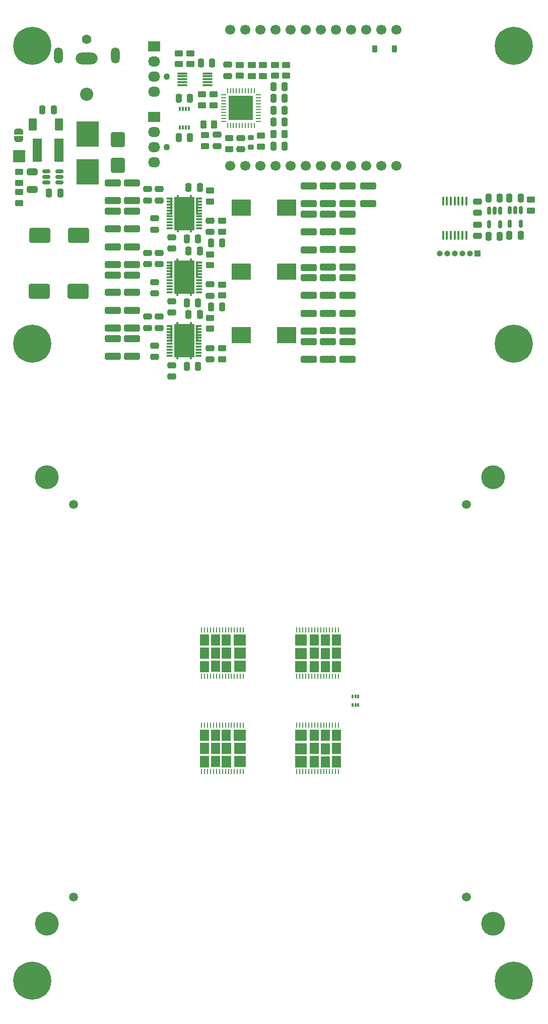
<source format=gts>
G04 #@! TF.GenerationSoftware,KiCad,Pcbnew,8.0.1-8.0.1-1~ubuntu22.04.1*
G04 #@! TF.CreationDate,2024-10-18T14:30:19+02:00*
G04 #@! TF.ProjectId,nerdqaxe++,6e657264-7161-4786-952b-2b2e6b696361,rev?*
G04 #@! TF.SameCoordinates,Original*
G04 #@! TF.FileFunction,Soldermask,Top*
G04 #@! TF.FilePolarity,Negative*
%FSLAX46Y46*%
G04 Gerber Fmt 4.6, Leading zero omitted, Abs format (unit mm)*
G04 Created by KiCad (PCBNEW 8.0.1-8.0.1-1~ubuntu22.04.1) date 2024-10-18 14:30:19*
%MOMM*%
%LPD*%
G01*
G04 APERTURE LIST*
G04 Aperture macros list*
%AMRoundRect*
0 Rectangle with rounded corners*
0 $1 Rounding radius*
0 $2 $3 $4 $5 $6 $7 $8 $9 X,Y pos of 4 corners*
0 Add a 4 corners polygon primitive as box body*
4,1,4,$2,$3,$4,$5,$6,$7,$8,$9,$2,$3,0*
0 Add four circle primitives for the rounded corners*
1,1,$1+$1,$2,$3*
1,1,$1+$1,$4,$5*
1,1,$1+$1,$6,$7*
1,1,$1+$1,$8,$9*
0 Add four rect primitives between the rounded corners*
20,1,$1+$1,$2,$3,$4,$5,0*
20,1,$1+$1,$4,$5,$6,$7,0*
20,1,$1+$1,$6,$7,$8,$9,0*
20,1,$1+$1,$8,$9,$2,$3,0*%
%AMFreePoly0*
4,1,19,0.500000,-0.750000,0.000000,-0.750000,0.000000,-0.744911,-0.071157,-0.744911,-0.207708,-0.704816,-0.327430,-0.627875,-0.420627,-0.520320,-0.479746,-0.390866,-0.500000,-0.250000,-0.500000,0.250000,-0.479746,0.390866,-0.420627,0.520320,-0.327430,0.627875,-0.207708,0.704816,-0.071157,0.744911,0.000000,0.744911,0.000000,0.750000,0.500000,0.750000,0.500000,-0.750000,0.500000,-0.750000,
$1*%
%AMFreePoly1*
4,1,19,0.000000,0.744911,0.071157,0.744911,0.207708,0.704816,0.327430,0.627875,0.420627,0.520320,0.479746,0.390866,0.500000,0.250000,0.500000,-0.250000,0.479746,-0.390866,0.420627,-0.520320,0.327430,-0.627875,0.207708,-0.704816,0.071157,-0.744911,0.000000,-0.744911,0.000000,-0.750000,-0.500000,-0.750000,-0.500000,0.750000,0.000000,0.750000,0.000000,0.744911,0.000000,0.744911,
$1*%
G04 Aperture macros list end*
%ADD10C,0.120000*%
%ADD11RoundRect,0.250000X1.100000X-0.325000X1.100000X0.325000X-1.100000X0.325000X-1.100000X-0.325000X0*%
%ADD12C,1.500000*%
%ADD13RoundRect,0.250000X-0.450000X0.262500X-0.450000X-0.262500X0.450000X-0.262500X0.450000X0.262500X0*%
%ADD14RoundRect,0.250000X-0.250000X-0.475000X0.250000X-0.475000X0.250000X0.475000X-0.250000X0.475000X0*%
%ADD15RoundRect,0.250000X0.250000X0.475000X-0.250000X0.475000X-0.250000X-0.475000X0.250000X-0.475000X0*%
%ADD16RoundRect,0.250000X-0.650000X0.325000X-0.650000X-0.325000X0.650000X-0.325000X0.650000X0.325000X0*%
%ADD17RoundRect,0.055250X-0.055250X0.340750X-0.055250X-0.340750X0.055250X-0.340750X0.055250X0.340750X0*%
%ADD18RoundRect,0.250000X-1.100000X0.325000X-1.100000X-0.325000X1.100000X-0.325000X1.100000X0.325000X0*%
%ADD19R,3.300000X2.800000*%
%ADD20C,0.800000*%
%ADD21C,6.400000*%
%ADD22RoundRect,0.050000X-0.100000X0.285000X-0.100000X-0.285000X0.100000X-0.285000X0.100000X0.285000X0*%
%ADD23RoundRect,0.250000X0.450000X-0.262500X0.450000X0.262500X-0.450000X0.262500X-0.450000X-0.262500X0*%
%ADD24RoundRect,0.250000X1.500000X1.000000X-1.500000X1.000000X-1.500000X-1.000000X1.500000X-1.000000X0*%
%ADD25RoundRect,0.062500X0.062500X-0.375000X0.062500X0.375000X-0.062500X0.375000X-0.062500X-0.375000X0*%
%ADD26RoundRect,0.062500X0.375000X-0.062500X0.375000X0.062500X-0.375000X0.062500X-0.375000X-0.062500X0*%
%ADD27R,4.150000X4.150000*%
%ADD28RoundRect,0.250000X0.475000X-0.250000X0.475000X0.250000X-0.475000X0.250000X-0.475000X-0.250000X0*%
%ADD29C,4.000000*%
%ADD30C,1.700000*%
%ADD31RoundRect,0.250000X0.900000X-1.000000X0.900000X1.000000X-0.900000X1.000000X-0.900000X-1.000000X0*%
%ADD32RoundRect,0.250000X-0.475000X0.250000X-0.475000X-0.250000X0.475000X-0.250000X0.475000X0.250000X0*%
%ADD33RoundRect,0.100000X-0.100000X0.637500X-0.100000X-0.637500X0.100000X-0.637500X0.100000X0.637500X0*%
%ADD34RoundRect,0.127000X0.373000X0.023000X-0.373000X0.023000X-0.373000X-0.023000X0.373000X-0.023000X0*%
%ADD35R,0.500000X0.300000*%
%ADD36RoundRect,0.127000X0.078000X1.273000X-0.078000X1.273000X-0.078000X-1.273000X0.078000X-1.273000X0*%
%ADD37RoundRect,0.127000X-0.373000X-0.023000X0.373000X-0.023000X0.373000X0.023000X-0.373000X0.023000X0*%
%ADD38R,0.410000X6.300000*%
%ADD39R,3.400000X5.639000*%
%ADD40RoundRect,0.150000X-0.150000X0.512500X-0.150000X-0.512500X0.150000X-0.512500X0.150000X0.512500X0*%
%ADD41R,1.000000X1.000000*%
%ADD42O,1.000000X1.000000*%
%ADD43C,1.100000*%
%ADD44R,2.030000X1.730000*%
%ADD45O,2.030000X1.730000*%
%ADD46RoundRect,0.250000X-0.262500X-0.450000X0.262500X-0.450000X0.262500X0.450000X-0.262500X0.450000X0*%
%ADD47C,1.600000*%
%ADD48C,2.204000*%
%ADD49O,3.704000X1.954000*%
%ADD50O,1.454000X2.704000*%
%ADD51RoundRect,0.250000X0.262500X0.450000X-0.262500X0.450000X-0.262500X-0.450000X0.262500X-0.450000X0*%
%ADD52RoundRect,0.250000X0.450000X0.800000X-0.450000X0.800000X-0.450000X-0.800000X0.450000X-0.800000X0*%
%ADD53RoundRect,0.150000X-0.512500X-0.150000X0.512500X-0.150000X0.512500X0.150000X-0.512500X0.150000X0*%
%ADD54RoundRect,0.055250X0.055250X-0.340750X0.055250X0.340750X-0.055250X0.340750X-0.055250X-0.340750X0*%
%ADD55R,1.500000X4.000000*%
%ADD56RoundRect,0.225000X-0.250000X0.225000X-0.250000X-0.225000X0.250000X-0.225000X0.250000X0.225000X0*%
%ADD57FreePoly0,90.000000*%
%ADD58FreePoly1,90.000000*%
%ADD59R,0.300000X0.800000*%
%ADD60R,2.000000X2.000000*%
%ADD61RoundRect,0.087500X0.725000X0.087500X-0.725000X0.087500X-0.725000X-0.087500X0.725000X-0.087500X0*%
%ADD62RoundRect,0.225000X0.225000X0.375000X-0.225000X0.375000X-0.225000X-0.375000X0.225000X-0.375000X0*%
%ADD63R,3.810000X4.245000*%
G04 APERTURE END LIST*
D10*
X83180000Y-128680000D02*
X84620000Y-128680000D01*
X84620000Y-126900000D01*
X83180000Y-126900000D01*
X83180000Y-128680000D01*
G36*
X83180000Y-128680000D02*
G01*
X84620000Y-128680000D01*
X84620000Y-126900000D01*
X83180000Y-126900000D01*
X83180000Y-128680000D01*
G37*
X83190000Y-130890000D02*
X84630000Y-130890000D01*
X84630000Y-129110000D01*
X83190000Y-129110000D01*
X83190000Y-130890000D01*
G36*
X83190000Y-130890000D02*
G01*
X84630000Y-130890000D01*
X84630000Y-129110000D01*
X83190000Y-129110000D01*
X83190000Y-130890000D01*
G37*
X83190000Y-133100000D02*
X84630000Y-133100000D01*
X84630000Y-131320000D01*
X83190000Y-131320000D01*
X83190000Y-133100000D01*
G36*
X83190000Y-133100000D02*
G01*
X84630000Y-133100000D01*
X84630000Y-131320000D01*
X83190000Y-131320000D01*
X83190000Y-133100000D01*
G37*
X85050000Y-128670000D02*
X86490000Y-128670000D01*
X86490000Y-126890000D01*
X85050000Y-126890000D01*
X85050000Y-128670000D01*
G36*
X85050000Y-128670000D02*
G01*
X86490000Y-128670000D01*
X86490000Y-126890000D01*
X85050000Y-126890000D01*
X85050000Y-128670000D01*
G37*
X85060000Y-130880000D02*
X86500000Y-130880000D01*
X86500000Y-129100000D01*
X85060000Y-129100000D01*
X85060000Y-130880000D01*
G36*
X85060000Y-130880000D02*
G01*
X86500000Y-130880000D01*
X86500000Y-129100000D01*
X85060000Y-129100000D01*
X85060000Y-130880000D01*
G37*
X85060000Y-133090000D02*
X86500000Y-133090000D01*
X86500000Y-131310000D01*
X85060000Y-131310000D01*
X85060000Y-133090000D01*
G36*
X85060000Y-133090000D02*
G01*
X86500000Y-133090000D01*
X86500000Y-131310000D01*
X85060000Y-131310000D01*
X85060000Y-133090000D01*
G37*
X86890000Y-128680000D02*
X88330000Y-128680000D01*
X88330000Y-126900000D01*
X86890000Y-126900000D01*
X86890000Y-128680000D01*
G36*
X86890000Y-128680000D02*
G01*
X88330000Y-128680000D01*
X88330000Y-126900000D01*
X86890000Y-126900000D01*
X86890000Y-128680000D01*
G37*
X86900000Y-130890000D02*
X88340000Y-130890000D01*
X88340000Y-129110000D01*
X86900000Y-129110000D01*
X86900000Y-130890000D01*
G36*
X86900000Y-130890000D02*
G01*
X88340000Y-130890000D01*
X88340000Y-129110000D01*
X86900000Y-129110000D01*
X86900000Y-130890000D01*
G37*
X86900000Y-133100000D02*
X88340000Y-133100000D01*
X88340000Y-131320000D01*
X86900000Y-131320000D01*
X86900000Y-133100000D01*
G36*
X86900000Y-133100000D02*
G01*
X88340000Y-133100000D01*
X88340000Y-131320000D01*
X86900000Y-131320000D01*
X86900000Y-133100000D01*
G37*
X88920000Y-128680000D02*
X90800000Y-128680000D01*
X90800000Y-126900000D01*
X88920000Y-126900000D01*
X88920000Y-128680000D01*
G36*
X88920000Y-128680000D02*
G01*
X90800000Y-128680000D01*
X90800000Y-126900000D01*
X88920000Y-126900000D01*
X88920000Y-128680000D01*
G37*
X88940000Y-130880000D02*
X90810000Y-130880000D01*
X90810000Y-129100000D01*
X88940000Y-129100000D01*
X88940000Y-130880000D01*
G36*
X88940000Y-130880000D02*
G01*
X90810000Y-130880000D01*
X90810000Y-129100000D01*
X88940000Y-129100000D01*
X88940000Y-130880000D01*
G37*
X88950000Y-133090000D02*
X90820000Y-133090000D01*
X90820000Y-131310000D01*
X88950000Y-131310000D01*
X88950000Y-133090000D01*
G36*
X88950000Y-133090000D02*
G01*
X90820000Y-133090000D01*
X90820000Y-131310000D01*
X88950000Y-131310000D01*
X88950000Y-133090000D01*
G37*
X83180000Y-144680000D02*
X84620000Y-144680000D01*
X84620000Y-142900000D01*
X83180000Y-142900000D01*
X83180000Y-144680000D01*
G36*
X83180000Y-144680000D02*
G01*
X84620000Y-144680000D01*
X84620000Y-142900000D01*
X83180000Y-142900000D01*
X83180000Y-144680000D01*
G37*
X83190000Y-146890000D02*
X84630000Y-146890000D01*
X84630000Y-145110000D01*
X83190000Y-145110000D01*
X83190000Y-146890000D01*
G36*
X83190000Y-146890000D02*
G01*
X84630000Y-146890000D01*
X84630000Y-145110000D01*
X83190000Y-145110000D01*
X83190000Y-146890000D01*
G37*
X83190000Y-149100000D02*
X84630000Y-149100000D01*
X84630000Y-147320000D01*
X83190000Y-147320000D01*
X83190000Y-149100000D01*
G36*
X83190000Y-149100000D02*
G01*
X84630000Y-149100000D01*
X84630000Y-147320000D01*
X83190000Y-147320000D01*
X83190000Y-149100000D01*
G37*
X85050000Y-144670000D02*
X86490000Y-144670000D01*
X86490000Y-142890000D01*
X85050000Y-142890000D01*
X85050000Y-144670000D01*
G36*
X85050000Y-144670000D02*
G01*
X86490000Y-144670000D01*
X86490000Y-142890000D01*
X85050000Y-142890000D01*
X85050000Y-144670000D01*
G37*
X85060000Y-146880000D02*
X86500000Y-146880000D01*
X86500000Y-145100000D01*
X85060000Y-145100000D01*
X85060000Y-146880000D01*
G36*
X85060000Y-146880000D02*
G01*
X86500000Y-146880000D01*
X86500000Y-145100000D01*
X85060000Y-145100000D01*
X85060000Y-146880000D01*
G37*
X85060000Y-149090000D02*
X86500000Y-149090000D01*
X86500000Y-147310000D01*
X85060000Y-147310000D01*
X85060000Y-149090000D01*
G36*
X85060000Y-149090000D02*
G01*
X86500000Y-149090000D01*
X86500000Y-147310000D01*
X85060000Y-147310000D01*
X85060000Y-149090000D01*
G37*
X86890000Y-144680000D02*
X88330000Y-144680000D01*
X88330000Y-142900000D01*
X86890000Y-142900000D01*
X86890000Y-144680000D01*
G36*
X86890000Y-144680000D02*
G01*
X88330000Y-144680000D01*
X88330000Y-142900000D01*
X86890000Y-142900000D01*
X86890000Y-144680000D01*
G37*
X86900000Y-146890000D02*
X88340000Y-146890000D01*
X88340000Y-145110000D01*
X86900000Y-145110000D01*
X86900000Y-146890000D01*
G36*
X86900000Y-146890000D02*
G01*
X88340000Y-146890000D01*
X88340000Y-145110000D01*
X86900000Y-145110000D01*
X86900000Y-146890000D01*
G37*
X86900000Y-149100000D02*
X88340000Y-149100000D01*
X88340000Y-147320000D01*
X86900000Y-147320000D01*
X86900000Y-149100000D01*
G36*
X86900000Y-149100000D02*
G01*
X88340000Y-149100000D01*
X88340000Y-147320000D01*
X86900000Y-147320000D01*
X86900000Y-149100000D01*
G37*
X88920000Y-144680000D02*
X90800000Y-144680000D01*
X90800000Y-142900000D01*
X88920000Y-142900000D01*
X88920000Y-144680000D01*
G36*
X88920000Y-144680000D02*
G01*
X90800000Y-144680000D01*
X90800000Y-142900000D01*
X88920000Y-142900000D01*
X88920000Y-144680000D01*
G37*
X88940000Y-146880000D02*
X90810000Y-146880000D01*
X90810000Y-145100000D01*
X88940000Y-145100000D01*
X88940000Y-146880000D01*
G36*
X88940000Y-146880000D02*
G01*
X90810000Y-146880000D01*
X90810000Y-145100000D01*
X88940000Y-145100000D01*
X88940000Y-146880000D01*
G37*
X88950000Y-149090000D02*
X90820000Y-149090000D01*
X90820000Y-147310000D01*
X88950000Y-147310000D01*
X88950000Y-149090000D01*
G36*
X88950000Y-149090000D02*
G01*
X90820000Y-149090000D01*
X90820000Y-147310000D01*
X88950000Y-147310000D01*
X88950000Y-149090000D01*
G37*
X101050000Y-126910000D02*
X99180000Y-126910000D01*
X99180000Y-128690000D01*
X101050000Y-128690000D01*
X101050000Y-126910000D01*
G36*
X101050000Y-126910000D02*
G01*
X99180000Y-126910000D01*
X99180000Y-128690000D01*
X101050000Y-128690000D01*
X101050000Y-126910000D01*
G37*
X101060000Y-129120000D02*
X99190000Y-129120000D01*
X99190000Y-130900000D01*
X101060000Y-130900000D01*
X101060000Y-129120000D01*
G36*
X101060000Y-129120000D02*
G01*
X99190000Y-129120000D01*
X99190000Y-130900000D01*
X101060000Y-130900000D01*
X101060000Y-129120000D01*
G37*
X101080000Y-131320000D02*
X99200000Y-131320000D01*
X99200000Y-133100000D01*
X101080000Y-133100000D01*
X101080000Y-131320000D01*
G36*
X101080000Y-131320000D02*
G01*
X99200000Y-131320000D01*
X99200000Y-133100000D01*
X101080000Y-133100000D01*
X101080000Y-131320000D01*
G37*
X103100000Y-126900000D02*
X101660000Y-126900000D01*
X101660000Y-128680000D01*
X103100000Y-128680000D01*
X103100000Y-126900000D01*
G36*
X103100000Y-126900000D02*
G01*
X101660000Y-126900000D01*
X101660000Y-128680000D01*
X103100000Y-128680000D01*
X103100000Y-126900000D01*
G37*
X103100000Y-129110000D02*
X101660000Y-129110000D01*
X101660000Y-130890000D01*
X103100000Y-130890000D01*
X103100000Y-129110000D01*
G36*
X103100000Y-129110000D02*
G01*
X101660000Y-129110000D01*
X101660000Y-130890000D01*
X103100000Y-130890000D01*
X103100000Y-129110000D01*
G37*
X103110000Y-131320000D02*
X101670000Y-131320000D01*
X101670000Y-133100000D01*
X103110000Y-133100000D01*
X103110000Y-131320000D01*
G36*
X103110000Y-131320000D02*
G01*
X101670000Y-131320000D01*
X101670000Y-133100000D01*
X103110000Y-133100000D01*
X103110000Y-131320000D01*
G37*
X104940000Y-126910000D02*
X103500000Y-126910000D01*
X103500000Y-128690000D01*
X104940000Y-128690000D01*
X104940000Y-126910000D01*
G36*
X104940000Y-126910000D02*
G01*
X103500000Y-126910000D01*
X103500000Y-128690000D01*
X104940000Y-128690000D01*
X104940000Y-126910000D01*
G37*
X104940000Y-129120000D02*
X103500000Y-129120000D01*
X103500000Y-130900000D01*
X104940000Y-130900000D01*
X104940000Y-129120000D01*
G36*
X104940000Y-129120000D02*
G01*
X103500000Y-129120000D01*
X103500000Y-130900000D01*
X104940000Y-130900000D01*
X104940000Y-129120000D01*
G37*
X104950000Y-131330000D02*
X103510000Y-131330000D01*
X103510000Y-133110000D01*
X104950000Y-133110000D01*
X104950000Y-131330000D01*
G36*
X104950000Y-131330000D02*
G01*
X103510000Y-131330000D01*
X103510000Y-133110000D01*
X104950000Y-133110000D01*
X104950000Y-131330000D01*
G37*
X106810000Y-126900000D02*
X105370000Y-126900000D01*
X105370000Y-128680000D01*
X106810000Y-128680000D01*
X106810000Y-126900000D01*
G36*
X106810000Y-126900000D02*
G01*
X105370000Y-126900000D01*
X105370000Y-128680000D01*
X106810000Y-128680000D01*
X106810000Y-126900000D01*
G37*
X106810000Y-129110000D02*
X105370000Y-129110000D01*
X105370000Y-130890000D01*
X106810000Y-130890000D01*
X106810000Y-129110000D01*
G36*
X106810000Y-129110000D02*
G01*
X105370000Y-129110000D01*
X105370000Y-130890000D01*
X106810000Y-130890000D01*
X106810000Y-129110000D01*
G37*
X106820000Y-131320000D02*
X105380000Y-131320000D01*
X105380000Y-133100000D01*
X106820000Y-133100000D01*
X106820000Y-131320000D01*
G36*
X106820000Y-131320000D02*
G01*
X105380000Y-131320000D01*
X105380000Y-133100000D01*
X106820000Y-133100000D01*
X106820000Y-131320000D01*
G37*
X101050000Y-142910000D02*
X99180000Y-142910000D01*
X99180000Y-144690000D01*
X101050000Y-144690000D01*
X101050000Y-142910000D01*
G36*
X101050000Y-142910000D02*
G01*
X99180000Y-142910000D01*
X99180000Y-144690000D01*
X101050000Y-144690000D01*
X101050000Y-142910000D01*
G37*
X101060000Y-145120000D02*
X99190000Y-145120000D01*
X99190000Y-146900000D01*
X101060000Y-146900000D01*
X101060000Y-145120000D01*
G36*
X101060000Y-145120000D02*
G01*
X99190000Y-145120000D01*
X99190000Y-146900000D01*
X101060000Y-146900000D01*
X101060000Y-145120000D01*
G37*
X101080000Y-147320000D02*
X99200000Y-147320000D01*
X99200000Y-149100000D01*
X101080000Y-149100000D01*
X101080000Y-147320000D01*
G36*
X101080000Y-147320000D02*
G01*
X99200000Y-147320000D01*
X99200000Y-149100000D01*
X101080000Y-149100000D01*
X101080000Y-147320000D01*
G37*
X103100000Y-142900000D02*
X101660000Y-142900000D01*
X101660000Y-144680000D01*
X103100000Y-144680000D01*
X103100000Y-142900000D01*
G36*
X103100000Y-142900000D02*
G01*
X101660000Y-142900000D01*
X101660000Y-144680000D01*
X103100000Y-144680000D01*
X103100000Y-142900000D01*
G37*
X103100000Y-145110000D02*
X101660000Y-145110000D01*
X101660000Y-146890000D01*
X103100000Y-146890000D01*
X103100000Y-145110000D01*
G36*
X103100000Y-145110000D02*
G01*
X101660000Y-145110000D01*
X101660000Y-146890000D01*
X103100000Y-146890000D01*
X103100000Y-145110000D01*
G37*
X103110000Y-147320000D02*
X101670000Y-147320000D01*
X101670000Y-149100000D01*
X103110000Y-149100000D01*
X103110000Y-147320000D01*
G36*
X103110000Y-147320000D02*
G01*
X101670000Y-147320000D01*
X101670000Y-149100000D01*
X103110000Y-149100000D01*
X103110000Y-147320000D01*
G37*
X104940000Y-142910000D02*
X103500000Y-142910000D01*
X103500000Y-144690000D01*
X104940000Y-144690000D01*
X104940000Y-142910000D01*
G36*
X104940000Y-142910000D02*
G01*
X103500000Y-142910000D01*
X103500000Y-144690000D01*
X104940000Y-144690000D01*
X104940000Y-142910000D01*
G37*
X104940000Y-145120000D02*
X103500000Y-145120000D01*
X103500000Y-146900000D01*
X104940000Y-146900000D01*
X104940000Y-145120000D01*
G36*
X104940000Y-145120000D02*
G01*
X103500000Y-145120000D01*
X103500000Y-146900000D01*
X104940000Y-146900000D01*
X104940000Y-145120000D01*
G37*
X104950000Y-147330000D02*
X103510000Y-147330000D01*
X103510000Y-149110000D01*
X104950000Y-149110000D01*
X104950000Y-147330000D01*
G36*
X104950000Y-147330000D02*
G01*
X103510000Y-147330000D01*
X103510000Y-149110000D01*
X104950000Y-149110000D01*
X104950000Y-147330000D01*
G37*
X106810000Y-142900000D02*
X105370000Y-142900000D01*
X105370000Y-144680000D01*
X106810000Y-144680000D01*
X106810000Y-142900000D01*
G36*
X106810000Y-142900000D02*
G01*
X105370000Y-142900000D01*
X105370000Y-144680000D01*
X106810000Y-144680000D01*
X106810000Y-142900000D01*
G37*
X106810000Y-145110000D02*
X105370000Y-145110000D01*
X105370000Y-146890000D01*
X106810000Y-146890000D01*
X106810000Y-145110000D01*
G36*
X106810000Y-145110000D02*
G01*
X105370000Y-145110000D01*
X105370000Y-146890000D01*
X106810000Y-146890000D01*
X106810000Y-145110000D01*
G37*
X106820000Y-147320000D02*
X105380000Y-147320000D01*
X105380000Y-149100000D01*
X106820000Y-149100000D01*
X106820000Y-147320000D01*
G36*
X106820000Y-147320000D02*
G01*
X105380000Y-147320000D01*
X105380000Y-149100000D01*
X106820000Y-149100000D01*
X106820000Y-147320000D01*
G37*
D11*
X108000000Y-75875000D03*
X108000000Y-72925000D03*
D12*
X62000000Y-105000000D03*
D13*
X81600000Y-29237500D03*
X81600000Y-31062500D03*
D14*
X95550000Y-38800000D03*
X97450000Y-38800000D03*
D15*
X133626315Y-59976089D03*
X131726315Y-59976089D03*
D16*
X55000000Y-49125000D03*
X55000000Y-52075000D03*
D17*
X90514000Y-126084000D03*
X90012000Y-126084000D03*
X89510000Y-126084000D03*
X89008000Y-126084000D03*
X88506000Y-126084000D03*
X88004000Y-126084000D03*
X87502000Y-126084000D03*
X87000000Y-126084000D03*
X86498000Y-126084000D03*
X85996000Y-126084000D03*
X85494000Y-126084000D03*
X84992000Y-126084000D03*
X84490000Y-126084000D03*
X83988000Y-126084000D03*
X83486000Y-126084000D03*
X83486000Y-133916000D03*
X83988000Y-133916000D03*
X84490000Y-133916000D03*
X84992000Y-133916000D03*
X85494000Y-133916000D03*
X85996000Y-133916000D03*
X86498000Y-133916000D03*
X87000000Y-133916000D03*
X87502000Y-133916000D03*
X88004000Y-133916000D03*
X88506000Y-133916000D03*
X89008000Y-133916000D03*
X89510000Y-133916000D03*
X90012000Y-133916000D03*
X90514000Y-133916000D03*
D18*
X68580000Y-77160000D03*
X68580000Y-80110000D03*
D13*
X79700000Y-29237500D03*
X79700000Y-31062500D03*
X91900000Y-31197500D03*
X91900000Y-33022500D03*
D19*
X90180000Y-55200000D03*
X97790000Y-55200000D03*
D13*
X52862500Y-49156250D03*
X52862500Y-50981250D03*
X52862500Y-52556250D03*
X52862500Y-54381250D03*
D20*
X52600000Y-28000000D03*
X53302944Y-26302944D03*
X53302944Y-29697056D03*
X55000000Y-25600000D03*
D21*
X55000000Y-28000000D03*
D20*
X55000000Y-30400000D03*
X56697056Y-26302944D03*
X56697056Y-29697056D03*
X57400000Y-28000000D03*
D11*
X104750000Y-54450000D03*
X104750000Y-51500000D03*
D13*
X84940000Y-63007500D03*
X84940000Y-64832500D03*
D22*
X109840000Y-137280000D03*
X109340000Y-137280000D03*
X108840000Y-137280000D03*
X108840000Y-138760000D03*
X109340000Y-138760000D03*
X109840000Y-138760000D03*
D23*
X89900000Y-33012500D03*
X89900000Y-31187500D03*
D18*
X104740000Y-66970000D03*
X104740000Y-69920000D03*
D15*
X137126315Y-53556089D03*
X135226315Y-53556089D03*
D24*
X62750000Y-69250000D03*
X56250000Y-69250000D03*
D18*
X71790000Y-66470000D03*
X71790000Y-69420000D03*
D23*
X93493750Y-44912500D03*
X93493750Y-43087500D03*
D25*
X87843750Y-41375000D03*
X88343750Y-41375000D03*
X88843750Y-41375000D03*
X89343750Y-41375000D03*
X89843750Y-41375000D03*
X90343750Y-41375000D03*
X90843750Y-41375000D03*
X91343750Y-41375000D03*
X91843750Y-41375000D03*
X92343750Y-41375000D03*
D26*
X93031250Y-40687500D03*
X93031250Y-40187500D03*
X93031250Y-39687500D03*
X93031250Y-39187500D03*
X93031250Y-38687500D03*
X93031250Y-38187500D03*
X93031250Y-37687500D03*
X93031250Y-37187500D03*
X93031250Y-36687500D03*
X93031250Y-36187500D03*
D25*
X92343750Y-35500000D03*
X91843750Y-35500000D03*
X91343750Y-35500000D03*
X90843750Y-35500000D03*
X90343750Y-35500000D03*
X89843750Y-35500000D03*
X89343750Y-35500000D03*
X88843750Y-35500000D03*
X88343750Y-35500000D03*
X87843750Y-35500000D03*
D26*
X87156250Y-36187500D03*
X87156250Y-36687500D03*
X87156250Y-37187500D03*
X87156250Y-37687500D03*
X87156250Y-38187500D03*
X87156250Y-38687500D03*
X87156250Y-39187500D03*
X87156250Y-39687500D03*
X87156250Y-40187500D03*
X87156250Y-40687500D03*
D27*
X90093750Y-38437500D03*
D14*
X79637500Y-36800000D03*
X81537500Y-36800000D03*
D28*
X74400000Y-53950000D03*
X74400000Y-52050000D03*
X87900000Y-33050000D03*
X87900000Y-31150000D03*
D29*
X132500000Y-175500000D03*
D14*
X83350000Y-30850000D03*
X85250000Y-30850000D03*
D23*
X88093750Y-45312500D03*
X88093750Y-43487500D03*
D11*
X111500000Y-54500000D03*
X111500000Y-51550000D03*
D15*
X83190000Y-62457500D03*
X81290000Y-62457500D03*
D30*
X88310000Y-25250000D03*
X90850000Y-25250000D03*
X93390000Y-25250000D03*
X95930000Y-25250000D03*
X98470000Y-25250000D03*
X101010000Y-25250000D03*
X103550000Y-25250000D03*
X106090000Y-25250000D03*
X108630000Y-25250000D03*
X111170000Y-25250000D03*
X113710000Y-25250000D03*
X116250000Y-25250000D03*
X116250000Y-48170000D03*
X113710000Y-48170000D03*
X111170000Y-48170000D03*
X108630000Y-48170000D03*
X106090000Y-48170000D03*
X103550000Y-48170000D03*
X101010000Y-48170000D03*
X98470000Y-48170000D03*
X95930000Y-48170000D03*
X93390000Y-48170000D03*
X90850000Y-48170000D03*
X88310000Y-48170000D03*
D23*
X86940000Y-69932500D03*
X86940000Y-68107500D03*
D11*
X68540000Y-64720000D03*
X68540000Y-61770000D03*
D13*
X97700000Y-31187500D03*
X97700000Y-33012500D03*
D31*
X69400000Y-48050000D03*
X69400000Y-43750000D03*
D32*
X78480000Y-81650000D03*
X78480000Y-83550000D03*
D33*
X127980000Y-54077500D03*
X127330000Y-54077500D03*
X126680000Y-54077500D03*
X126030000Y-54077500D03*
X125380000Y-54077500D03*
X124730000Y-54077500D03*
X124080000Y-54077500D03*
X124080000Y-59802500D03*
X124730000Y-59802500D03*
X125380000Y-59802500D03*
X126030000Y-59802500D03*
X126680000Y-59802500D03*
X127330000Y-59802500D03*
X127980000Y-59802500D03*
D15*
X81537500Y-43400000D03*
X79637500Y-43400000D03*
D19*
X90170000Y-65920000D03*
X97780000Y-65920000D03*
D32*
X129860000Y-54130000D03*
X129860000Y-56030000D03*
D28*
X75600000Y-58850000D03*
X75600000Y-56950000D03*
D11*
X108000000Y-54475000D03*
X108000000Y-51525000D03*
D23*
X138880000Y-55670000D03*
X138880000Y-53845000D03*
D14*
X95550000Y-44800000D03*
X97450000Y-44800000D03*
D15*
X82900000Y-60437500D03*
X81000000Y-60437500D03*
D34*
X83015000Y-69357500D03*
D35*
X83265000Y-69357500D03*
D34*
X83015000Y-68857500D03*
D35*
X83265000Y-68857500D03*
D34*
X83015000Y-68357500D03*
D35*
X83265000Y-68357500D03*
D34*
X83015000Y-67857500D03*
D35*
X83265000Y-67857500D03*
D34*
X83015000Y-67357500D03*
D35*
X83265000Y-67357500D03*
D36*
X82715000Y-65607500D03*
D34*
X83015000Y-64357500D03*
X83015000Y-64857500D03*
X83015000Y-65357500D03*
X83015000Y-65857500D03*
X83015000Y-66357500D03*
X83015000Y-66857500D03*
D35*
X83265000Y-64357500D03*
X83265000Y-64857500D03*
X83265000Y-65357500D03*
X83265000Y-65857500D03*
X83265000Y-66357500D03*
X83265000Y-66857500D03*
X77865000Y-64357500D03*
X77865000Y-64857500D03*
X77865000Y-65357500D03*
X77865000Y-65857500D03*
X77865000Y-66357500D03*
X77865000Y-66857500D03*
D37*
X78115000Y-64357500D03*
X78115000Y-64857500D03*
X78115000Y-65357500D03*
X78115000Y-65857500D03*
X78115000Y-66357500D03*
X78115000Y-66857500D03*
D36*
X78415000Y-65607500D03*
D35*
X77865000Y-67357500D03*
D37*
X78115000Y-67357500D03*
D35*
X77865000Y-67857500D03*
D37*
X78115000Y-67857500D03*
D35*
X77865000Y-68357500D03*
D37*
X78115000Y-68357500D03*
D35*
X77865000Y-68857500D03*
D37*
X78115000Y-68857500D03*
D35*
X77865000Y-69357500D03*
D37*
X78115000Y-69357500D03*
D38*
X79440000Y-66857500D03*
D39*
X80565000Y-66857500D03*
D38*
X81690000Y-66857500D03*
D13*
X95800000Y-31187500D03*
X95800000Y-33012500D03*
D15*
X83180000Y-73147500D03*
X81280000Y-73147500D03*
D23*
X83590000Y-37942500D03*
X83590000Y-36117500D03*
D18*
X108000000Y-66925000D03*
X108000000Y-69875000D03*
D32*
X90080000Y-43450000D03*
X90080000Y-45350000D03*
X78500000Y-60150000D03*
X78500000Y-62050000D03*
D40*
X137176315Y-55576089D03*
X136226315Y-55576089D03*
X135276315Y-55576089D03*
X135276315Y-57851089D03*
X137176315Y-57851089D03*
D41*
X129875000Y-62900000D03*
D42*
X128605000Y-62900000D03*
X127335000Y-62900000D03*
X126065000Y-62900000D03*
X124795000Y-62900000D03*
X123525000Y-62900000D03*
D15*
X82880000Y-81847500D03*
X80980000Y-81847500D03*
D32*
X84950000Y-57350000D03*
X84950000Y-59250000D03*
D43*
X77660000Y-44980000D03*
D44*
X75500000Y-39900000D03*
D45*
X75500000Y-42440000D03*
X75500000Y-44980000D03*
X75500000Y-47520000D03*
D29*
X57500000Y-175500000D03*
D13*
X93800000Y-31207500D03*
X93800000Y-33032500D03*
D29*
X57500000Y-100500000D03*
D11*
X68530000Y-75410000D03*
X68530000Y-72460000D03*
D46*
X83787500Y-41200000D03*
X85612500Y-41200000D03*
D11*
X108000000Y-65175000D03*
X108000000Y-62225000D03*
D32*
X78490000Y-70870000D03*
X78490000Y-72770000D03*
D11*
X101500000Y-54475000D03*
X101500000Y-51525000D03*
D18*
X104730000Y-77660000D03*
X104730000Y-80610000D03*
X71800000Y-55750000D03*
X71800000Y-58700000D03*
D28*
X74390000Y-64670000D03*
X74390000Y-62770000D03*
D47*
X64200000Y-26850000D03*
D48*
X64200000Y-36100000D03*
D49*
X64200000Y-30100000D03*
D50*
X69000000Y-29600000D03*
X59400000Y-29600000D03*
D14*
X95550000Y-40800000D03*
X97450000Y-40800000D03*
X56750000Y-38700000D03*
X58650000Y-38700000D03*
D12*
X62000000Y-171000000D03*
D11*
X68550000Y-54000000D03*
X68550000Y-51050000D03*
D23*
X86930000Y-80622500D03*
X86930000Y-78797500D03*
D20*
X133600000Y-28000000D03*
X134302944Y-26302944D03*
X134302944Y-29697056D03*
X136000000Y-25600000D03*
D21*
X136000000Y-28000000D03*
D20*
X136000000Y-30400000D03*
X137697056Y-26302944D03*
X137697056Y-29697056D03*
X138400000Y-28000000D03*
D11*
X101480000Y-75885000D03*
X101480000Y-72935000D03*
D13*
X84930000Y-73697500D03*
X84930000Y-75522500D03*
D11*
X104740000Y-65170000D03*
X104740000Y-62220000D03*
D28*
X76380000Y-75360000D03*
X76380000Y-73460000D03*
D51*
X97412500Y-42800000D03*
X95587500Y-42800000D03*
D13*
X85490000Y-36117500D03*
X85490000Y-37942500D03*
D11*
X71780000Y-75410000D03*
X71780000Y-72460000D03*
D52*
X59500000Y-41200000D03*
X55100000Y-41200000D03*
D29*
X132500000Y-100500000D03*
D12*
X128000000Y-171000000D03*
D28*
X76390000Y-64670000D03*
X76390000Y-62770000D03*
D17*
X90514000Y-142084000D03*
X90012000Y-142084000D03*
X89510000Y-142084000D03*
X89008000Y-142084000D03*
X88506000Y-142084000D03*
X88004000Y-142084000D03*
X87502000Y-142084000D03*
X87000000Y-142084000D03*
X86498000Y-142084000D03*
X85996000Y-142084000D03*
X85494000Y-142084000D03*
X84992000Y-142084000D03*
X84490000Y-142084000D03*
X83988000Y-142084000D03*
X83486000Y-142084000D03*
X83486000Y-149916000D03*
X83988000Y-149916000D03*
X84490000Y-149916000D03*
X84992000Y-149916000D03*
X85494000Y-149916000D03*
X85996000Y-149916000D03*
X86498000Y-149916000D03*
X87000000Y-149916000D03*
X87502000Y-149916000D03*
X88004000Y-149916000D03*
X88506000Y-149916000D03*
X89008000Y-149916000D03*
X89510000Y-149916000D03*
X90012000Y-149916000D03*
X90514000Y-149916000D03*
D15*
X86950000Y-71800000D03*
X85050000Y-71800000D03*
D28*
X129840000Y-59920000D03*
X129840000Y-58020000D03*
D20*
X133600000Y-185025000D03*
X134302944Y-183327944D03*
X134302944Y-186722056D03*
X136000000Y-182625000D03*
D21*
X136000000Y-185025000D03*
D20*
X136000000Y-187425000D03*
X137697056Y-183327944D03*
X137697056Y-186722056D03*
X138400000Y-185025000D03*
D18*
X101500000Y-56250000D03*
X101500000Y-59200000D03*
D28*
X75590000Y-69570000D03*
X75590000Y-67670000D03*
D24*
X62792500Y-59800000D03*
X56292500Y-59800000D03*
D53*
X57362500Y-49050000D03*
X57362500Y-50000000D03*
X57362500Y-50950000D03*
X59637500Y-50950000D03*
X59637500Y-50000000D03*
X59637500Y-49050000D03*
D54*
X99486000Y-133916000D03*
X99988000Y-133916000D03*
X100490000Y-133916000D03*
X100992000Y-133916000D03*
X101494000Y-133916000D03*
X101996000Y-133916000D03*
X102498000Y-133916000D03*
X103000000Y-133916000D03*
X103502000Y-133916000D03*
X104004000Y-133916000D03*
X104506000Y-133916000D03*
X105008000Y-133916000D03*
X105510000Y-133916000D03*
X106012000Y-133916000D03*
X106514000Y-133916000D03*
X106514000Y-126084000D03*
X106012000Y-126084000D03*
X105510000Y-126084000D03*
X105008000Y-126084000D03*
X104506000Y-126084000D03*
X104004000Y-126084000D03*
X103502000Y-126084000D03*
X103000000Y-126084000D03*
X102498000Y-126084000D03*
X101996000Y-126084000D03*
X101494000Y-126084000D03*
X100992000Y-126084000D03*
X100490000Y-126084000D03*
X99988000Y-126084000D03*
X99486000Y-126084000D03*
D15*
X137126315Y-59856089D03*
X135226315Y-59856089D03*
D55*
X59500000Y-45500000D03*
X55900000Y-45500000D03*
D18*
X108000000Y-77660000D03*
X108000000Y-80610000D03*
D13*
X84950000Y-52287500D03*
X84950000Y-54112500D03*
D11*
X101490000Y-65195000D03*
X101490000Y-62245000D03*
D15*
X82890000Y-71157500D03*
X80990000Y-71157500D03*
D40*
X133676315Y-55696089D03*
X132726315Y-55696089D03*
X131776315Y-55696089D03*
X131776315Y-57971089D03*
X133676315Y-57971089D03*
D20*
X52600000Y-78000000D03*
X53302944Y-76302944D03*
X53302944Y-79697056D03*
X55000000Y-75600000D03*
D21*
X55000000Y-78000000D03*
D20*
X55000000Y-80400000D03*
X56697056Y-76302944D03*
X56697056Y-79697056D03*
X57400000Y-78000000D03*
D15*
X133626315Y-53576089D03*
X131726315Y-53576089D03*
D23*
X84100000Y-44812500D03*
X84100000Y-42987500D03*
D54*
X99486000Y-149916000D03*
X99988000Y-149916000D03*
X100490000Y-149916000D03*
X100992000Y-149916000D03*
X101494000Y-149916000D03*
X101996000Y-149916000D03*
X102498000Y-149916000D03*
X103000000Y-149916000D03*
X103502000Y-149916000D03*
X104004000Y-149916000D03*
X104506000Y-149916000D03*
X105008000Y-149916000D03*
X105510000Y-149916000D03*
X106012000Y-149916000D03*
X106514000Y-149916000D03*
X106514000Y-142084000D03*
X106012000Y-142084000D03*
X105510000Y-142084000D03*
X105008000Y-142084000D03*
X104506000Y-142084000D03*
X104004000Y-142084000D03*
X103502000Y-142084000D03*
X103000000Y-142084000D03*
X102498000Y-142084000D03*
X101996000Y-142084000D03*
X101494000Y-142084000D03*
X100992000Y-142084000D03*
X100490000Y-142084000D03*
X99988000Y-142084000D03*
X99486000Y-142084000D03*
D11*
X71790000Y-64720000D03*
X71790000Y-61770000D03*
D15*
X97450000Y-34800000D03*
X95550000Y-34800000D03*
D32*
X84940000Y-68070000D03*
X84940000Y-69970000D03*
D43*
X77660000Y-33180000D03*
D44*
X75500000Y-28100000D03*
D45*
X75500000Y-30640000D03*
X75500000Y-33180000D03*
X75500000Y-35720000D03*
D15*
X83200000Y-51737500D03*
X81300000Y-51737500D03*
D20*
X133600000Y-78000000D03*
X134302944Y-76302944D03*
X134302944Y-79697056D03*
X136000000Y-75600000D03*
D21*
X136000000Y-78000000D03*
D20*
X136000000Y-80400000D03*
X137697056Y-76302944D03*
X137697056Y-79697056D03*
X138400000Y-78000000D03*
D32*
X86100000Y-42900000D03*
X86100000Y-44800000D03*
D19*
X90160000Y-76610000D03*
X97770000Y-76610000D03*
D56*
X91793750Y-43425000D03*
X91793750Y-44975000D03*
D28*
X75580000Y-80260000D03*
X75580000Y-78360000D03*
D57*
X52700000Y-43650000D03*
D58*
X52700000Y-42350000D03*
D23*
X86950000Y-59212500D03*
X86950000Y-57387500D03*
D15*
X97450000Y-36800000D03*
X95550000Y-36800000D03*
D59*
X79837500Y-41700000D03*
X80337500Y-41700000D03*
X80837500Y-41700000D03*
X81337500Y-41700000D03*
X81337500Y-38600000D03*
X80837500Y-38600000D03*
X80337500Y-38600000D03*
X79837500Y-38600000D03*
D60*
X52850000Y-46500000D03*
D18*
X101480000Y-77660000D03*
X101480000Y-80610000D03*
D61*
X84500000Y-34600000D03*
X84500000Y-34100000D03*
X84500000Y-33600000D03*
X84500000Y-33100000D03*
X84500000Y-32600000D03*
X80275000Y-32600000D03*
X80275000Y-33100000D03*
X80275000Y-33600000D03*
X80275000Y-34100000D03*
X80275000Y-34600000D03*
D62*
X115900000Y-28530000D03*
X112600000Y-28530000D03*
D63*
X64300000Y-49187500D03*
X64300000Y-42812500D03*
D34*
X83025000Y-58637500D03*
D35*
X83275000Y-58637500D03*
D34*
X83025000Y-58137500D03*
D35*
X83275000Y-58137500D03*
D34*
X83025000Y-57637500D03*
D35*
X83275000Y-57637500D03*
D34*
X83025000Y-57137500D03*
D35*
X83275000Y-57137500D03*
D34*
X83025000Y-56637500D03*
D35*
X83275000Y-56637500D03*
D36*
X82725000Y-54887500D03*
D34*
X83025000Y-53637500D03*
X83025000Y-54137500D03*
X83025000Y-54637500D03*
X83025000Y-55137500D03*
X83025000Y-55637500D03*
X83025000Y-56137500D03*
D35*
X83275000Y-53637500D03*
X83275000Y-54137500D03*
X83275000Y-54637500D03*
X83275000Y-55137500D03*
X83275000Y-55637500D03*
X83275000Y-56137500D03*
X77875000Y-53637500D03*
X77875000Y-54137500D03*
X77875000Y-54637500D03*
X77875000Y-55137500D03*
X77875000Y-55637500D03*
X77875000Y-56137500D03*
D37*
X78125000Y-53637500D03*
X78125000Y-54137500D03*
X78125000Y-54637500D03*
X78125000Y-55137500D03*
X78125000Y-55637500D03*
X78125000Y-56137500D03*
D36*
X78425000Y-54887500D03*
D35*
X77875000Y-56637500D03*
D37*
X78125000Y-56637500D03*
D35*
X77875000Y-57137500D03*
D37*
X78125000Y-57137500D03*
D35*
X77875000Y-57637500D03*
D37*
X78125000Y-57637500D03*
D35*
X77875000Y-58137500D03*
D37*
X78125000Y-58137500D03*
D35*
X77875000Y-58637500D03*
D37*
X78125000Y-58637500D03*
D38*
X79450000Y-56137500D03*
D39*
X80575000Y-56137500D03*
D38*
X81700000Y-56137500D03*
D32*
X84930000Y-78760000D03*
X84930000Y-80660000D03*
D34*
X83005000Y-80047500D03*
D35*
X83255000Y-80047500D03*
D34*
X83005000Y-79547500D03*
D35*
X83255000Y-79547500D03*
D34*
X83005000Y-79047500D03*
D35*
X83255000Y-79047500D03*
D34*
X83005000Y-78547500D03*
D35*
X83255000Y-78547500D03*
D34*
X83005000Y-78047500D03*
D35*
X83255000Y-78047500D03*
D36*
X82705000Y-76297500D03*
D34*
X83005000Y-75047500D03*
X83005000Y-75547500D03*
X83005000Y-76047500D03*
X83005000Y-76547500D03*
X83005000Y-77047500D03*
X83005000Y-77547500D03*
D35*
X83255000Y-75047500D03*
X83255000Y-75547500D03*
X83255000Y-76047500D03*
X83255000Y-76547500D03*
X83255000Y-77047500D03*
X83255000Y-77547500D03*
X77855000Y-75047500D03*
X77855000Y-75547500D03*
X77855000Y-76047500D03*
X77855000Y-76547500D03*
X77855000Y-77047500D03*
X77855000Y-77547500D03*
D37*
X78105000Y-75047500D03*
X78105000Y-75547500D03*
X78105000Y-76047500D03*
X78105000Y-76547500D03*
X78105000Y-77047500D03*
X78105000Y-77547500D03*
D36*
X78405000Y-76297500D03*
D35*
X77855000Y-78047500D03*
D37*
X78105000Y-78047500D03*
D35*
X77855000Y-78547500D03*
D37*
X78105000Y-78547500D03*
D35*
X77855000Y-79047500D03*
D37*
X78105000Y-79047500D03*
D35*
X77855000Y-79547500D03*
D37*
X78105000Y-79547500D03*
D35*
X77855000Y-80047500D03*
D37*
X78105000Y-80047500D03*
D38*
X79430000Y-77547500D03*
D39*
X80555000Y-77547500D03*
D38*
X81680000Y-77547500D03*
D18*
X71780000Y-77160000D03*
X71780000Y-80110000D03*
D28*
X74380000Y-75360000D03*
X74380000Y-73460000D03*
X76400000Y-53950000D03*
X76400000Y-52050000D03*
D18*
X68590000Y-66470000D03*
X68590000Y-69420000D03*
D11*
X104730000Y-75860000D03*
X104730000Y-72910000D03*
D15*
X86950000Y-61100000D03*
X85050000Y-61100000D03*
D12*
X128000000Y-105000000D03*
D18*
X68600000Y-55750000D03*
X68600000Y-58700000D03*
D11*
X71800000Y-54000000D03*
X71800000Y-51050000D03*
D18*
X104750000Y-56250000D03*
X104750000Y-59200000D03*
D15*
X59750000Y-52700000D03*
X57850000Y-52700000D03*
D18*
X101490000Y-66970000D03*
X101490000Y-69920000D03*
D20*
X52600000Y-185025000D03*
X53302944Y-183327944D03*
X53302944Y-186722056D03*
X55000000Y-182625000D03*
D21*
X55000000Y-185025000D03*
D20*
X55000000Y-187425000D03*
X56697056Y-183327944D03*
X56697056Y-186722056D03*
X57400000Y-185025000D03*
D18*
X108000000Y-56225000D03*
X108000000Y-59175000D03*
M02*

</source>
